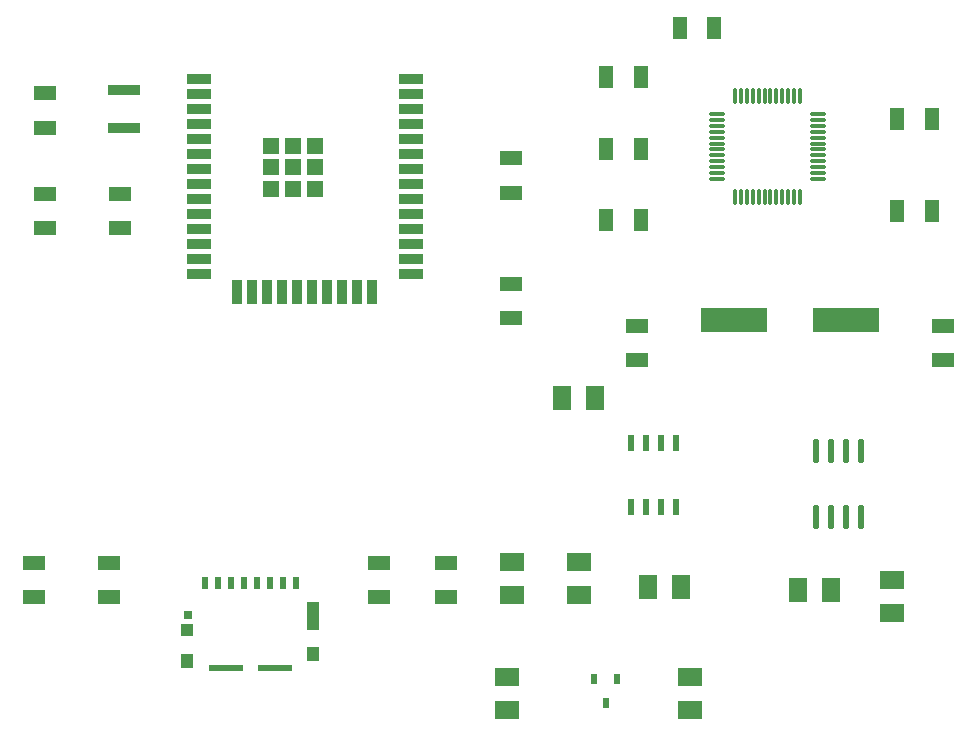
<source format=gtp>
%FSTAX23Y23*%
%MOIN*%
%SFA1B1*%

%IPPOS*%
%ADD10R,0.080000X0.060000*%
%ADD11R,0.060000X0.080000*%
%ADD12R,0.072830X0.051180*%
%ADD13O,0.010630X0.059050*%
%ADD14O,0.059050X0.010630*%
%ADD15R,0.220470X0.082680*%
%ADD16R,0.051180X0.072830*%
%ADD17R,0.023600X0.055100*%
%ADD18R,0.020470X0.037400*%
%ADD19O,0.023150X0.080510*%
%ADD20R,0.107090X0.037800*%
%ADD21R,0.114570X0.021650*%
%ADD22R,0.041340X0.047240*%
%ADD23R,0.041340X0.094090*%
%ADD24R,0.041340X0.042520*%
%ADD25R,0.028350X0.030710*%
%ADD26R,0.019680X0.039370*%
%ADD27R,0.082680X0.037400*%
%ADD28R,0.037400X0.082680*%
%ADD29R,0.052360X0.052360*%
%LNesp_stm_v2-1*%
%LPD*%
G54D10*
X03162Y0265D03*
Y0254D03*
X03385Y0265D03*
Y0254D03*
X03145Y02155D03*
Y02265D03*
X03755Y02155D03*
Y02265D03*
X0443Y0248D03*
Y0259D03*
G54D11*
X03725Y02565D03*
X03615D03*
X0333Y03195D03*
X0344D03*
X04225Y02555D03*
X04115D03*
G54D12*
X0358Y03322D03*
Y03437D03*
X046D03*
Y03322D03*
X0316Y0388D03*
Y03995D03*
Y03577D03*
Y03462D03*
X01605Y04212D03*
Y04098D03*
X01855Y03877D03*
Y03762D03*
X02942Y02533D03*
Y02648D03*
X0272Y02533D03*
Y02648D03*
X0157Y02533D03*
Y02648D03*
X0182Y02533D03*
Y02648D03*
X01605Y03762D03*
Y03877D03*
G54D13*
X03906Y03867D03*
X03926D03*
X03946D03*
X03965D03*
X03985D03*
X04005D03*
X04024D03*
X04044D03*
X04064D03*
X04083D03*
X04103D03*
X04123D03*
Y04202D03*
X04103D03*
X04083D03*
X04064D03*
X04044D03*
X04024D03*
X04005D03*
X03985D03*
X03965D03*
X03946D03*
X03926D03*
X03906D03*
G54D14*
X04182Y03926D03*
Y03946D03*
Y03966D03*
Y03985D03*
Y04005D03*
Y04025D03*
Y04044D03*
Y04064D03*
Y04084D03*
Y04103D03*
Y04123D03*
Y04143D03*
X03847D03*
Y04123D03*
Y04103D03*
Y04084D03*
Y04064D03*
Y04044D03*
Y04025D03*
Y04005D03*
Y03985D03*
Y03966D03*
Y03946D03*
Y03926D03*
G54D15*
X04277Y03455D03*
X03902D03*
G54D16*
X03592Y04265D03*
X03477D03*
X03592Y0379D03*
X03477D03*
X03592Y04027D03*
X03477D03*
X04447Y04125D03*
X04562D03*
X04447Y0382D03*
X04562D03*
X03837Y0443D03*
X03722D03*
G54D17*
X0371Y03046D03*
X0366D03*
X0361D03*
X0356D03*
Y02834D03*
X0361D03*
X0366D03*
X0371D03*
G54D18*
X03475Y0218D03*
X03437Y02259D03*
X03512D03*
G54D19*
X04175Y028D03*
X04225D03*
X04275D03*
X04325D03*
X04175Y03019D03*
X04225D03*
X04275D03*
X04325D03*
G54D20*
X0187Y04096D03*
Y04223D03*
G54D21*
X02374Y02295D03*
X02209D03*
G54D22*
X02499Y02344D03*
X0208Y02321D03*
G54D23*
X02499Y02469D03*
G54D24*
X0208Y02424D03*
G54D25*
X02081Y02474D03*
G54D26*
X02443Y0258D03*
X024D03*
X02357D03*
X02313D03*
X0227D03*
X02227D03*
X02183D03*
X0214D03*
G54D27*
X02118Y0426D03*
Y0421D03*
Y0416D03*
Y0411D03*
Y0406D03*
Y0401D03*
Y0396D03*
Y0391D03*
Y0386D03*
Y0381D03*
Y0376D03*
Y0371D03*
Y0366D03*
Y0361D03*
X02826Y0361D03*
Y0366D03*
Y0371D03*
Y0376D03*
Y0381D03*
Y0386D03*
Y0391D03*
Y0396D03*
Y0401D03*
Y0406D03*
Y0411D03*
Y0416D03*
Y0421D03*
Y0426D03*
G54D28*
X02247Y03551D03*
X02297D03*
X02347D03*
X02397D03*
X02447D03*
X02497D03*
X02547D03*
X02597D03*
X02647D03*
X02697D03*
G54D29*
X02433Y03965D03*
X0236D03*
X02505D03*
Y04037D03*
X02433D03*
X0236D03*
Y03892D03*
X02433D03*
X02505D03*
M02*
</source>
